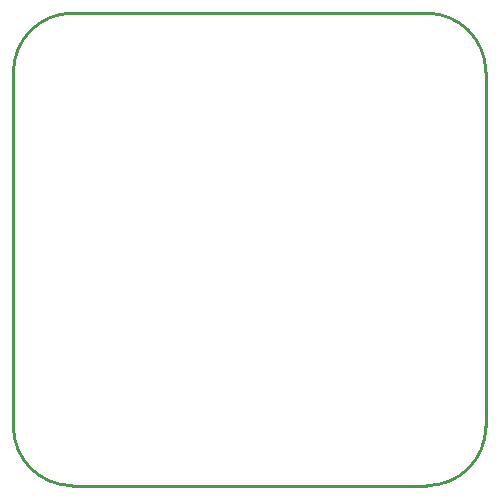
<source format=gko>
G04 Layer: BoardOutlineLayer*
G04 EasyEDA Pro v2.1.35.b8f67982.0908df, 2023-11-24 13:13:42*
G04 Gerber Generator version 0.3*
G04 Scale: 100 percent, Rotated: No, Reflected: No*
G04 Dimensions in millimeters*
G04 Leading zeros omitted, absolute positions, 3 integers and 3 decimals*
%FSLAX33Y33*%
%MOMM*%
%ADD10C,0.254*%
G75*


G04 Rect Start*
G54D10*
G01X-20000Y15000D02*
G01X-20000Y-15000D01*
G03X-15000Y-20000I5000J0D01*
G01X15000D01*
G03X20000Y-15000I0J5000D01*
G01Y15000D01*
G03X15000Y20000I-5000J0D01*
G01X-15000D01*
G03X-20000Y15000I0J-5000D01*
G04 Rect End*

M02*

</source>
